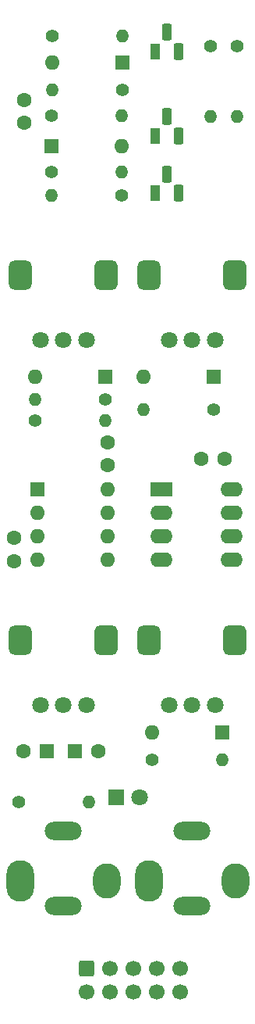
<source format=gts>
%TF.GenerationSoftware,KiCad,Pcbnew,(6.0.1)*%
%TF.CreationDate,2022-11-06T07:50:35-05:00*%
%TF.ProjectId,ER-ADSR-555-01,45522d41-4453-4522-9d35-35352d30312e,rev?*%
%TF.SameCoordinates,Original*%
%TF.FileFunction,Soldermask,Top*%
%TF.FilePolarity,Negative*%
%FSLAX46Y46*%
G04 Gerber Fmt 4.6, Leading zero omitted, Abs format (unit mm)*
G04 Created by KiCad (PCBNEW (6.0.1)) date 2022-11-06 07:50:35*
%MOMM*%
%LPD*%
G01*
G04 APERTURE LIST*
G04 Aperture macros list*
%AMRoundRect*
0 Rectangle with rounded corners*
0 $1 Rounding radius*
0 $2 $3 $4 $5 $6 $7 $8 $9 X,Y pos of 4 corners*
0 Add a 4 corners polygon primitive as box body*
4,1,4,$2,$3,$4,$5,$6,$7,$8,$9,$2,$3,0*
0 Add four circle primitives for the rounded corners*
1,1,$1+$1,$2,$3*
1,1,$1+$1,$4,$5*
1,1,$1+$1,$6,$7*
1,1,$1+$1,$8,$9*
0 Add four rect primitives between the rounded corners*
20,1,$1+$1,$2,$3,$4,$5,0*
20,1,$1+$1,$4,$5,$6,$7,0*
20,1,$1+$1,$6,$7,$8,$9,0*
20,1,$1+$1,$8,$9,$2,$3,0*%
G04 Aperture macros list end*
%ADD10R,1.600000X1.600000*%
%ADD11O,1.600000X1.600000*%
%ADD12RoundRect,0.625000X0.625000X-0.975000X0.625000X0.975000X-0.625000X0.975000X-0.625000X-0.975000X0*%
%ADD13RoundRect,0.578704X0.671296X-1.021296X0.671296X1.021296X-0.671296X1.021296X-0.671296X-1.021296X0*%
%ADD14C,1.800000*%
%ADD15C,1.400000*%
%ADD16O,1.400000X1.400000*%
%ADD17R,1.100000X1.800000*%
%ADD18RoundRect,0.275000X-0.275000X-0.625000X0.275000X-0.625000X0.275000X0.625000X-0.275000X0.625000X0*%
%ADD19C,1.600000*%
%ADD20R,1.800000X1.800000*%
%ADD21O,3.000000X3.800000*%
%ADD22O,3.000000X4.500000*%
%ADD23O,4.000000X2.000000*%
%ADD24R,2.400000X1.600000*%
%ADD25O,2.400000X1.600000*%
%ADD26RoundRect,0.250000X-0.600000X0.600000X-0.600000X-0.600000X0.600000X-0.600000X0.600000X0.600000X0*%
%ADD27C,1.700000*%
G04 APERTURE END LIST*
D10*
%TO.C,D5*%
X23310000Y-40000000D03*
D11*
X15690000Y-40000000D03*
%TD*%
D12*
%TO.C,RV3*%
X2350000Y-68500000D03*
D13*
X11650000Y-68500000D03*
D14*
X9500000Y-75500000D03*
X7000000Y-75500000D03*
X4500000Y-75500000D03*
%TD*%
D15*
%TO.C,R3*%
X25908000Y-4190000D03*
D16*
X25908000Y-11810000D03*
%TD*%
D10*
%TO.C,D4*%
X11560000Y-40000000D03*
D11*
X3940000Y-40000000D03*
%TD*%
D17*
%TO.C,Q2*%
X17018000Y-13874000D03*
D18*
X18288000Y-11804000D03*
X19558000Y-13874000D03*
%TD*%
D19*
%TO.C,C1*%
X2750000Y-10000000D03*
X2750000Y-12500000D03*
%TD*%
D15*
%TO.C,R7*%
X13310000Y-20320000D03*
D16*
X5690000Y-20320000D03*
%TD*%
D15*
%TO.C,R9*%
X23310000Y-43500000D03*
D16*
X15690000Y-43500000D03*
%TD*%
D12*
%TO.C,RV2*%
X16350000Y-29000000D03*
D13*
X25650000Y-29000000D03*
D14*
X23500000Y-36000000D03*
X21000000Y-36000000D03*
X18500000Y-36000000D03*
%TD*%
D10*
%TO.C,C2*%
X8294888Y-80500000D03*
D19*
X10794888Y-80500000D03*
%TD*%
D15*
%TO.C,R11*%
X16690000Y-81500000D03*
D16*
X24310000Y-81500000D03*
%TD*%
D20*
%TO.C,DS1*%
X12725000Y-85500000D03*
D14*
X15265000Y-85500000D03*
%TD*%
D13*
%TO.C,RV1*%
X11650000Y-29000000D03*
D12*
X2350000Y-29000000D03*
D14*
X9500000Y-36000000D03*
X7000000Y-36000000D03*
X4500000Y-36000000D03*
%TD*%
D10*
%TO.C,D3*%
X24310000Y-78500000D03*
D11*
X16690000Y-78500000D03*
%TD*%
D21*
%TO.C,J3*%
X25700000Y-94580000D03*
D22*
X16300000Y-94580000D03*
D23*
X21000000Y-89180000D03*
X21000000Y-97280000D03*
%TD*%
D15*
%TO.C,R1*%
X5842000Y-3088000D03*
D16*
X13462000Y-3088000D03*
%TD*%
D17*
%TO.C,Q1*%
X17018000Y-4729999D03*
D18*
X18288000Y-2659999D03*
X19558000Y-4729999D03*
%TD*%
D15*
%TO.C,R4*%
X13462000Y-8890000D03*
D16*
X5842000Y-8890000D03*
%TD*%
D24*
%TO.C,U2*%
X17675000Y-52200000D03*
D25*
X17675000Y-54740000D03*
X17675000Y-57280000D03*
X17675000Y-59820000D03*
X25295000Y-59820000D03*
X25295000Y-57280000D03*
X25295000Y-54740000D03*
X25295000Y-52200000D03*
%TD*%
D10*
%TO.C,D2*%
X5690000Y-14986000D03*
D11*
X13310000Y-14986000D03*
%TD*%
D10*
%TO.C,C3*%
X5205113Y-80500000D03*
D19*
X2705113Y-80500000D03*
%TD*%
D15*
%TO.C,R2*%
X23000000Y-4190000D03*
D16*
X23000000Y-11810000D03*
%TD*%
D21*
%TO.C,J2*%
X11700000Y-94600000D03*
D22*
X2300000Y-94600000D03*
D23*
X7000000Y-89200000D03*
X7000000Y-97300000D03*
%TD*%
D19*
%TO.C,C5*%
X21991000Y-48895000D03*
X24491000Y-48895000D03*
%TD*%
D15*
%TO.C,R10*%
X3940000Y-44704000D03*
D16*
X11560000Y-44704000D03*
%TD*%
D19*
%TO.C,C4*%
X11836400Y-47060790D03*
X11836400Y-49560790D03*
%TD*%
D15*
%TO.C,R12*%
X2190000Y-86000000D03*
D16*
X9810000Y-86000000D03*
%TD*%
D10*
%TO.C,D1*%
X13462000Y-5943600D03*
D11*
X5842000Y-5943600D03*
%TD*%
D10*
%TO.C,U1*%
X4200000Y-52200000D03*
D11*
X4200000Y-54740000D03*
X4200000Y-57280000D03*
X4200000Y-59820000D03*
X11820000Y-59820000D03*
X11820000Y-57280000D03*
X11820000Y-54740000D03*
X11820000Y-52200000D03*
%TD*%
D15*
%TO.C,R8*%
X11560000Y-42418000D03*
D16*
X3940000Y-42418000D03*
%TD*%
D17*
%TO.C,Q3*%
X17018000Y-20097000D03*
D18*
X18288000Y-18027000D03*
X19558000Y-20097000D03*
%TD*%
D19*
%TO.C,C6*%
X1651000Y-59924010D03*
X1651000Y-57424010D03*
%TD*%
D13*
%TO.C,RV4*%
X25650000Y-68500000D03*
D12*
X16350000Y-68500000D03*
D14*
X23500000Y-75500000D03*
X21000000Y-75500000D03*
X18500000Y-75500000D03*
%TD*%
D15*
%TO.C,R5*%
X5690000Y-11684000D03*
D16*
X13310000Y-11684000D03*
%TD*%
D15*
%TO.C,R6*%
X5690000Y-17780000D03*
D16*
X13310000Y-17780000D03*
%TD*%
D26*
%TO.C,J1*%
X9499600Y-104047900D03*
D27*
X9499600Y-106587900D03*
X12039600Y-104047900D03*
X12039600Y-106587900D03*
X14579600Y-104047900D03*
X14579600Y-106587900D03*
X17119600Y-104047900D03*
X17119600Y-106587900D03*
X19659600Y-104047900D03*
X19659600Y-106587900D03*
%TD*%
M02*

</source>
